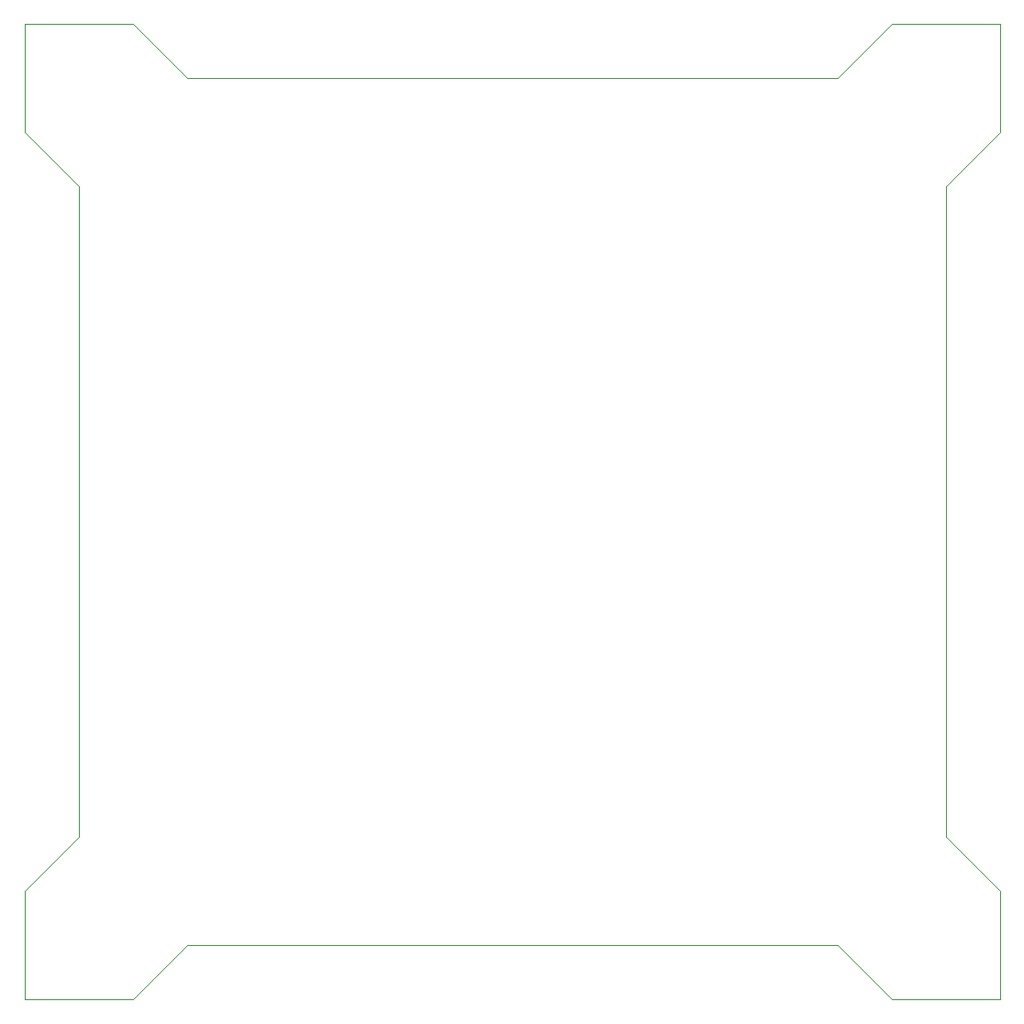
<source format=gbr>
%TF.GenerationSoftware,Altium Limited,Altium Designer,24.0.1 (36)*%
G04 Layer_Color=0*
%FSLAX45Y45*%
%MOMM*%
%TF.SameCoordinates,E594D193-3514-40B7-BCFE-BF8AFB9400D8*%
%TF.FilePolarity,Positive*%
%TF.FileFunction,Profile,NP*%
%TF.Part,Single*%
G01*
G75*
%TA.AperFunction,Profile*%
%ADD141C,0.02540*%
D141*
X9000000Y8000000D02*
X8500000Y7500000D01*
Y1500000D01*
X9000000Y1000000D01*
Y0D01*
X8000000D01*
X7500000Y500000D01*
X1500000D01*
X1000000Y0D01*
X0D01*
Y1000000D01*
X500000Y1500000D01*
Y7500000D01*
X0Y8000000D01*
Y9000000D01*
X1000000D01*
X1500000Y8500000D01*
X7500000D01*
X8000000Y9000000D01*
X9000000D01*
Y8000000D01*
%TF.MD5,7908bc73d6a9d113fa409ff7d626db52*%
M02*

</source>
